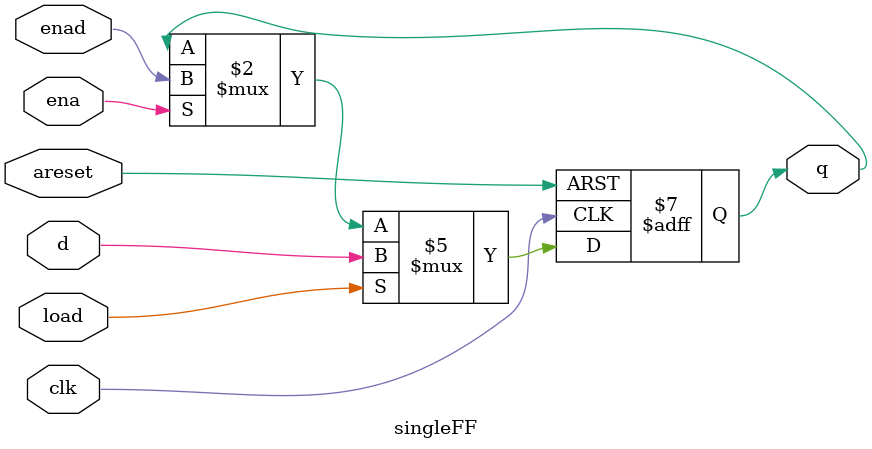
<source format=v>
module top_module(
    input clk,
    input areset,  // async active-high reset to zero
    input load,
    input ena,
    input [3:0] data,
    output reg [3:0] q); 
  
    singleFF f0(clk, areset, load, ena, data[0], q[1], q[0]);
    singleFF f1(clk, areset, load, ena, data[1], q[2], q[1]);
    singleFF f2(clk, areset, load, ena, data[2], q[3], q[2]);
    singleFF f3(clk, areset, load, ena, data[3], 1'b0, q[3]);

endmodule


module singleFF(
    input clk,
    input areset,
    input load,
    input ena,
    input d,
    input enad,
    output q);
  
    always@(posedge clk or posedge areset) begin
        if (areset)
            q <= 0;
        else if (load)
            q <= d;
        else if (ena)
            q <= enad;
    end
  
endmodule

</source>
